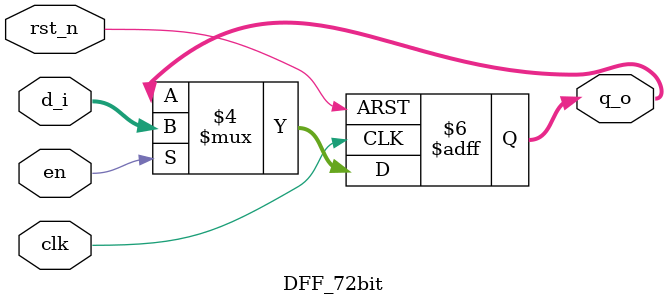
<source format=v>

module DFF_8bit
       (
           input  wire                  clk,
           input  wire                  rst_n,
           input  wire                  en,
           input  wire [7:0]            d_i,

           output reg  [7:0]            q_o
       );

always @(posedge clk or negedge rst_n)
begin
    if (!rst_n)
        q_o <= 8'b0;
    else if (en)
        q_o <= d_i;
    else
        q_o <= q_o;
end

endmodule

    module DFF_16bit
    (
        input  wire                  clk,
        input  wire                  rst_n,
        input  wire                  en,
        input  wire [15:0]           d_i,

        output reg  [15:0]           q_o
    );

always @(posedge clk or negedge rst_n)
begin
    if (!rst_n)
        q_o <= 15'b0;
    else if (en)
        q_o <= d_i;
    else
        q_o <= q_o;
end

endmodule

    module DFF_32bit
    (
        input  wire                  clk,
        input  wire                  rst_n,
        input  wire                  en,
        input  wire [31:0]           d_i,

        output reg  [31:0]           q_o
    );

always @(posedge clk or negedge rst_n)
begin
    if (!rst_n)
        q_o <= 32'b0;
    else if (en)
        q_o <= d_i;
    else
        q_o <= q_o;
end

endmodule

    module DFF_72bit
    (
        input  wire                  clk,
        input  wire                  rst_n,
        input  wire                  en,
        input  wire [71:0]           d_i,

        output reg  [71:0]           q_o
    );

always @(posedge clk or negedge rst_n)
begin
    if (!rst_n)
        q_o <= 72'b0;
    else if (en)
        q_o <= d_i;
    else
        q_o <= q_o;
end

endmodule
</source>
